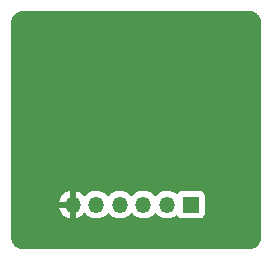
<source format=gbr>
%TF.GenerationSoftware,KiCad,Pcbnew,7.0.8*%
%TF.CreationDate,2024-10-17T19:18:06-04:00*%
%TF.ProjectId,SPIBreakout,53504942-7265-4616-9b6f-75742e6b6963,rev?*%
%TF.SameCoordinates,Original*%
%TF.FileFunction,Copper,L2,Bot*%
%TF.FilePolarity,Positive*%
%FSLAX46Y46*%
G04 Gerber Fmt 4.6, Leading zero omitted, Abs format (unit mm)*
G04 Created by KiCad (PCBNEW 7.0.8) date 2024-10-17 19:18:06*
%MOMM*%
%LPD*%
G01*
G04 APERTURE LIST*
%TA.AperFunction,ComponentPad*%
%ADD10R,1.350000X1.350000*%
%TD*%
%TA.AperFunction,ComponentPad*%
%ADD11O,1.350000X1.350000*%
%TD*%
%TA.AperFunction,ViaPad*%
%ADD12C,0.800000*%
%TD*%
G04 APERTURE END LIST*
D10*
%TO.P,J2,1,Pin_1*%
%TO.N,VCC*%
X148250000Y-93200000D03*
D11*
%TO.P,J2,2,Pin_2*%
%TO.N,DI{slash}MOSI*%
X146250000Y-93200000D03*
%TO.P,J2,3,Pin_3*%
%TO.N,Clk*%
X144250000Y-93200000D03*
%TO.P,J2,4,Pin_4*%
%TO.N,CS*%
X142250000Y-93200000D03*
%TO.P,J2,5,Pin_5*%
%TO.N,D0{slash}MISO*%
X140250000Y-93200000D03*
%TO.P,J2,6,Pin_6*%
%TO.N,GND*%
X138250000Y-93200000D03*
%TD*%
D12*
%TO.N,GND*%
X153130000Y-93050000D03*
X151320000Y-95850000D03*
X135610000Y-85240000D03*
X134430000Y-84350000D03*
X136920000Y-81680000D03*
X134960000Y-79600000D03*
X139060000Y-78470000D03*
X148450000Y-78590000D03*
X151800000Y-79330000D03*
X152490000Y-82290000D03*
X152570000Y-86750000D03*
X152610000Y-90050000D03*
X139720000Y-90280000D03*
X135030000Y-92290000D03*
X133840000Y-90100000D03*
X133900000Y-87750000D03*
X135510000Y-87690000D03*
X138290000Y-95610000D03*
X135480000Y-89820000D03*
X139490000Y-88860000D03*
%TD*%
%TA.AperFunction,Conductor*%
%TO.N,GND*%
G36*
X153222695Y-76790735D02*
G01*
X153265519Y-76794482D01*
X153391771Y-76806918D01*
X153411685Y-76810541D01*
X153478349Y-76828403D01*
X153571570Y-76856682D01*
X153587971Y-76862958D01*
X153655411Y-76894406D01*
X153658375Y-76895888D01*
X153695969Y-76915982D01*
X153742327Y-76940762D01*
X153748667Y-76944657D01*
X153814828Y-76990983D01*
X153818600Y-76993844D01*
X153890808Y-77053103D01*
X153895309Y-77057182D01*
X153952815Y-77114688D01*
X153956895Y-77119190D01*
X154016154Y-77191398D01*
X154019015Y-77195170D01*
X154065341Y-77261331D01*
X154069236Y-77267671D01*
X154114101Y-77351605D01*
X154115614Y-77354631D01*
X154147040Y-77422027D01*
X154153319Y-77438435D01*
X154181601Y-77531669D01*
X154199454Y-77598299D01*
X154203082Y-77618238D01*
X154215523Y-77744554D01*
X154219264Y-77787302D01*
X154219500Y-77792710D01*
X154219500Y-95966823D01*
X154219264Y-95972214D01*
X154216597Y-96002678D01*
X154215471Y-96015548D01*
X154203108Y-96141175D01*
X154199476Y-96161134D01*
X154181357Y-96228730D01*
X154153351Y-96321013D01*
X154147069Y-96337426D01*
X154115336Y-96405451D01*
X154113823Y-96408477D01*
X154069266Y-96491801D01*
X154065370Y-96498142D01*
X154018696Y-96564772D01*
X154015832Y-96568546D01*
X153956919Y-96640298D01*
X153952829Y-96644809D01*
X153894938Y-96702671D01*
X153890425Y-96706759D01*
X153818655Y-96765626D01*
X153814881Y-96768488D01*
X153748220Y-96815133D01*
X153741878Y-96819027D01*
X153658545Y-96863535D01*
X153655517Y-96865047D01*
X153587454Y-96896756D01*
X153571039Y-96903030D01*
X153478740Y-96930989D01*
X153411133Y-96949075D01*
X153391187Y-96952696D01*
X153267406Y-96964832D01*
X153221927Y-96968791D01*
X153216519Y-96969024D01*
X134052230Y-96959973D01*
X134046825Y-96959734D01*
X134003465Y-96955921D01*
X133877992Y-96943524D01*
X133858044Y-96939887D01*
X133790461Y-96921750D01*
X133698281Y-96893748D01*
X133681878Y-96887465D01*
X133613858Y-96855717D01*
X133610835Y-96854205D01*
X133527610Y-96809684D01*
X133521273Y-96805788D01*
X133454645Y-96759106D01*
X133450875Y-96756244D01*
X133379202Y-96697390D01*
X133374725Y-96693330D01*
X133316838Y-96635415D01*
X133312763Y-96630916D01*
X133253945Y-96559213D01*
X133251093Y-96555453D01*
X133204447Y-96488806D01*
X133200559Y-96482476D01*
X133156070Y-96399210D01*
X133154561Y-96396190D01*
X133153579Y-96394083D01*
X133122839Y-96328135D01*
X133116580Y-96311769D01*
X133088622Y-96219565D01*
X133084773Y-96205197D01*
X133070508Y-96151935D01*
X133066886Y-96132022D01*
X133054732Y-96008561D01*
X133052145Y-95978973D01*
X133050736Y-95962844D01*
X133050500Y-95957442D01*
X133050500Y-92949999D01*
X137099494Y-92949999D01*
X137099495Y-92950000D01*
X137934314Y-92950000D01*
X137922359Y-92961955D01*
X137864835Y-93074852D01*
X137845014Y-93200000D01*
X137864835Y-93325148D01*
X137922359Y-93438045D01*
X137934314Y-93450000D01*
X137099495Y-93450000D01*
X137149651Y-93626280D01*
X137246715Y-93821208D01*
X137377945Y-93994985D01*
X137538868Y-94141685D01*
X137724012Y-94256322D01*
X137724023Y-94256327D01*
X137927060Y-94334984D01*
X138000000Y-94348619D01*
X138000000Y-93515686D01*
X138011955Y-93527641D01*
X138124852Y-93585165D01*
X138218519Y-93600000D01*
X138281481Y-93600000D01*
X138375148Y-93585165D01*
X138488045Y-93527641D01*
X138500000Y-93515686D01*
X138500000Y-94348619D01*
X138572939Y-94334984D01*
X138775976Y-94256327D01*
X138775987Y-94256322D01*
X138961130Y-94141685D01*
X138961131Y-94141685D01*
X139122055Y-93994984D01*
X139150730Y-93957012D01*
X139206838Y-93915374D01*
X139276550Y-93910681D01*
X139337733Y-93944422D01*
X139348640Y-93957009D01*
X139367512Y-93982000D01*
X139377573Y-93995322D01*
X139538568Y-94142088D01*
X139538575Y-94142092D01*
X139538576Y-94142093D01*
X139723786Y-94256770D01*
X139723792Y-94256773D01*
X139746664Y-94265633D01*
X139926931Y-94335470D01*
X140141074Y-94375500D01*
X140141076Y-94375500D01*
X140358924Y-94375500D01*
X140358926Y-94375500D01*
X140573069Y-94335470D01*
X140776210Y-94256772D01*
X140961432Y-94142088D01*
X141122427Y-93995322D01*
X141151047Y-93957422D01*
X141207153Y-93915787D01*
X141276865Y-93911094D01*
X141338048Y-93944836D01*
X141348946Y-93957414D01*
X141377573Y-93995322D01*
X141538568Y-94142088D01*
X141538575Y-94142092D01*
X141538576Y-94142093D01*
X141723786Y-94256770D01*
X141723792Y-94256773D01*
X141746664Y-94265633D01*
X141926931Y-94335470D01*
X142141074Y-94375500D01*
X142141076Y-94375500D01*
X142358924Y-94375500D01*
X142358926Y-94375500D01*
X142573069Y-94335470D01*
X142776210Y-94256772D01*
X142961432Y-94142088D01*
X143122427Y-93995322D01*
X143151047Y-93957422D01*
X143207153Y-93915787D01*
X143276865Y-93911094D01*
X143338048Y-93944836D01*
X143348946Y-93957414D01*
X143377573Y-93995322D01*
X143538568Y-94142088D01*
X143538575Y-94142092D01*
X143538576Y-94142093D01*
X143723786Y-94256770D01*
X143723792Y-94256773D01*
X143746664Y-94265633D01*
X143926931Y-94335470D01*
X144141074Y-94375500D01*
X144141076Y-94375500D01*
X144358924Y-94375500D01*
X144358926Y-94375500D01*
X144573069Y-94335470D01*
X144776210Y-94256772D01*
X144961432Y-94142088D01*
X145122427Y-93995322D01*
X145151047Y-93957422D01*
X145207153Y-93915787D01*
X145276865Y-93911094D01*
X145338048Y-93944836D01*
X145348946Y-93957414D01*
X145377573Y-93995322D01*
X145538568Y-94142088D01*
X145538575Y-94142092D01*
X145538576Y-94142093D01*
X145723786Y-94256770D01*
X145723792Y-94256773D01*
X145746664Y-94265633D01*
X145926931Y-94335470D01*
X146141074Y-94375500D01*
X146141076Y-94375500D01*
X146358924Y-94375500D01*
X146358926Y-94375500D01*
X146573069Y-94335470D01*
X146776210Y-94256772D01*
X146961432Y-94142088D01*
X146972407Y-94132082D01*
X147035207Y-94101463D01*
X147104594Y-94109657D01*
X147155214Y-94149405D01*
X147217452Y-94232544D01*
X147217455Y-94232547D01*
X147332664Y-94318793D01*
X147332671Y-94318797D01*
X147467517Y-94369091D01*
X147467516Y-94369091D01*
X147474444Y-94369835D01*
X147527127Y-94375500D01*
X148972872Y-94375499D01*
X149032483Y-94369091D01*
X149167331Y-94318796D01*
X149282546Y-94232546D01*
X149368796Y-94117331D01*
X149419091Y-93982483D01*
X149425500Y-93922873D01*
X149425499Y-92477128D01*
X149419091Y-92417517D01*
X149414426Y-92405010D01*
X149368797Y-92282671D01*
X149368793Y-92282664D01*
X149282547Y-92167455D01*
X149282544Y-92167452D01*
X149167335Y-92081206D01*
X149167328Y-92081202D01*
X149032482Y-92030908D01*
X149032483Y-92030908D01*
X148972883Y-92024501D01*
X148972881Y-92024500D01*
X148972873Y-92024500D01*
X148972864Y-92024500D01*
X147527129Y-92024500D01*
X147527123Y-92024501D01*
X147467516Y-92030908D01*
X147332671Y-92081202D01*
X147332664Y-92081206D01*
X147217455Y-92167452D01*
X147155214Y-92250594D01*
X147099279Y-92292465D01*
X147029588Y-92297448D01*
X146972411Y-92267920D01*
X146961434Y-92257913D01*
X146961429Y-92257910D01*
X146776213Y-92143229D01*
X146776207Y-92143226D01*
X146691113Y-92110260D01*
X146573069Y-92064530D01*
X146358926Y-92024500D01*
X146141074Y-92024500D01*
X145926931Y-92064530D01*
X145883896Y-92081202D01*
X145723792Y-92143226D01*
X145723786Y-92143229D01*
X145538576Y-92257906D01*
X145538566Y-92257913D01*
X145377573Y-92404676D01*
X145348953Y-92442576D01*
X145292844Y-92484211D01*
X145223132Y-92488902D01*
X145161950Y-92455159D01*
X145151047Y-92442576D01*
X145122426Y-92404676D01*
X144961433Y-92257913D01*
X144961423Y-92257906D01*
X144776213Y-92143229D01*
X144776207Y-92143226D01*
X144691113Y-92110260D01*
X144573069Y-92064530D01*
X144358926Y-92024500D01*
X144141074Y-92024500D01*
X143926931Y-92064530D01*
X143883896Y-92081202D01*
X143723792Y-92143226D01*
X143723786Y-92143229D01*
X143538576Y-92257906D01*
X143538566Y-92257913D01*
X143377573Y-92404676D01*
X143348953Y-92442576D01*
X143292844Y-92484211D01*
X143223132Y-92488902D01*
X143161950Y-92455159D01*
X143151047Y-92442576D01*
X143122426Y-92404676D01*
X142961433Y-92257913D01*
X142961423Y-92257906D01*
X142776213Y-92143229D01*
X142776207Y-92143226D01*
X142691113Y-92110260D01*
X142573069Y-92064530D01*
X142358926Y-92024500D01*
X142141074Y-92024500D01*
X141926931Y-92064530D01*
X141883896Y-92081202D01*
X141723792Y-92143226D01*
X141723786Y-92143229D01*
X141538576Y-92257906D01*
X141538566Y-92257913D01*
X141377573Y-92404676D01*
X141348953Y-92442576D01*
X141292844Y-92484211D01*
X141223132Y-92488902D01*
X141161950Y-92455159D01*
X141151047Y-92442576D01*
X141122426Y-92404676D01*
X140961433Y-92257913D01*
X140961423Y-92257906D01*
X140776213Y-92143229D01*
X140776207Y-92143226D01*
X140691113Y-92110260D01*
X140573069Y-92064530D01*
X140358926Y-92024500D01*
X140141074Y-92024500D01*
X139926931Y-92064530D01*
X139883896Y-92081202D01*
X139723792Y-92143226D01*
X139723786Y-92143229D01*
X139538576Y-92257906D01*
X139538566Y-92257913D01*
X139377574Y-92404676D01*
X139348640Y-92442991D01*
X139292530Y-92484627D01*
X139222818Y-92489318D01*
X139161637Y-92455576D01*
X139150731Y-92442990D01*
X139122051Y-92405011D01*
X139122050Y-92405010D01*
X138961131Y-92258314D01*
X138775987Y-92143677D01*
X138775985Y-92143676D01*
X138572931Y-92065013D01*
X138572921Y-92065010D01*
X138500001Y-92051378D01*
X138500000Y-92051379D01*
X138500000Y-92884314D01*
X138488045Y-92872359D01*
X138375148Y-92814835D01*
X138281481Y-92800000D01*
X138218519Y-92800000D01*
X138124852Y-92814835D01*
X138011955Y-92872359D01*
X138000000Y-92884314D01*
X138000000Y-92051379D01*
X137999998Y-92051378D01*
X137927078Y-92065010D01*
X137927068Y-92065013D01*
X137724014Y-92143676D01*
X137724012Y-92143677D01*
X137538869Y-92258314D01*
X137538868Y-92258314D01*
X137377945Y-92405014D01*
X137246715Y-92578791D01*
X137149651Y-92773719D01*
X137099494Y-92949999D01*
X133050500Y-92949999D01*
X133050500Y-77792705D01*
X133050736Y-77787299D01*
X133054476Y-77744554D01*
X133066918Y-77618223D01*
X133070542Y-77598309D01*
X133088405Y-77531645D01*
X133116683Y-77438424D01*
X133122948Y-77422049D01*
X133154399Y-77354603D01*
X133155901Y-77351600D01*
X133156591Y-77350308D01*
X133200770Y-77267654D01*
X133204640Y-77261354D01*
X133250987Y-77195164D01*
X133253843Y-77191401D01*
X133255970Y-77188808D01*
X133313122Y-77119168D01*
X133317162Y-77114710D01*
X133374710Y-77057162D01*
X133379168Y-77053122D01*
X133451401Y-76993843D01*
X133455171Y-76990983D01*
X133521354Y-76944640D01*
X133527654Y-76940770D01*
X133611600Y-76895901D01*
X133614603Y-76894399D01*
X133682049Y-76862948D01*
X133698424Y-76856683D01*
X133791645Y-76828405D01*
X133858309Y-76810542D01*
X133878223Y-76806918D01*
X134004542Y-76794477D01*
X134047305Y-76790735D01*
X134052706Y-76790500D01*
X153217293Y-76790500D01*
X153222695Y-76790735D01*
G37*
%TD.AperFunction*%
%TD*%
M02*

</source>
